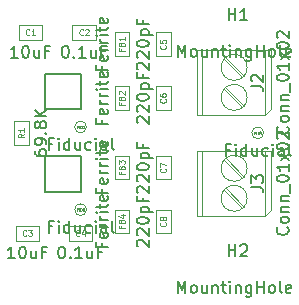
<source format=gbr>
%TF.GenerationSoftware,KiCad,Pcbnew,(5.1.10)-1*%
%TF.CreationDate,2021-10-14T08:55:52-04:00*%
%TF.ProjectId,TP_Final,54505f46-696e-4616-9c2e-6b696361645f,rev?*%
%TF.SameCoordinates,Original*%
%TF.FileFunction,Other,Fab,Top*%
%FSLAX46Y46*%
G04 Gerber Fmt 4.6, Leading zero omitted, Abs format (unit mm)*
G04 Created by KiCad (PCBNEW (5.1.10)-1) date 2021-10-14 08:55:52*
%MOMM*%
%LPD*%
G01*
G04 APERTURE LIST*
%ADD10C,0.100000*%
%ADD11C,0.150000*%
%ADD12C,0.040000*%
%ADD13C,0.080000*%
G04 APERTURE END LIST*
D10*
%TO.C,FID2*%
X120000000Y-101750000D02*
G75*
G03*
X120000000Y-101750000I-500000J0D01*
G01*
%TO.C,FID3*%
X120000000Y-108750000D02*
G75*
G03*
X120000000Y-108750000I-500000J0D01*
G01*
%TO.C,FID4*%
X135000000Y-102250000D02*
G75*
G03*
X135000000Y-102250000I-500000J0D01*
G01*
%TO.C,J2*%
X133600000Y-99250000D02*
G75*
G03*
X133600000Y-99250000I-1100000J0D01*
G01*
X133600000Y-96710000D02*
G75*
G03*
X133600000Y-96710000I-1100000J0D01*
G01*
X129400000Y-100750000D02*
X129400000Y-95210000D01*
X129400000Y-95210000D02*
X135600000Y-95210000D01*
X135600000Y-95210000D02*
X135600000Y-100250000D01*
X135600000Y-100250000D02*
X135100000Y-100750000D01*
X135100000Y-100750000D02*
X129400000Y-100750000D01*
X135100000Y-100750000D02*
X135100000Y-95210000D01*
X129800000Y-100750000D02*
X129800000Y-95210000D01*
X131800000Y-98415000D02*
X133335000Y-99951000D01*
X131665000Y-98549000D02*
X133200000Y-100085000D01*
X131800000Y-95875000D02*
X133335000Y-97410000D01*
X131665000Y-96009000D02*
X133200000Y-97544000D01*
%TO.C,J3*%
X131665000Y-104549000D02*
X133200000Y-106084000D01*
X131800000Y-104415000D02*
X133335000Y-105950000D01*
X131665000Y-107089000D02*
X133200000Y-108625000D01*
X131800000Y-106955000D02*
X133335000Y-108491000D01*
X129800000Y-109290000D02*
X129800000Y-103750000D01*
X135100000Y-109290000D02*
X135100000Y-103750000D01*
X135100000Y-109290000D02*
X129400000Y-109290000D01*
X135600000Y-108790000D02*
X135100000Y-109290000D01*
X135600000Y-103750000D02*
X135600000Y-108790000D01*
X129400000Y-103750000D02*
X135600000Y-103750000D01*
X129400000Y-109290000D02*
X129400000Y-103750000D01*
X133600000Y-105250000D02*
G75*
G03*
X133600000Y-105250000I-1100000J0D01*
G01*
X133600000Y-107790000D02*
G75*
G03*
X133600000Y-107790000I-1100000J0D01*
G01*
D11*
%TO.C,U1*%
X119500000Y-100250000D02*
X116500000Y-100250000D01*
X119500000Y-97250000D02*
X119500000Y-100250000D01*
X116500000Y-97250000D02*
X119500000Y-97250000D01*
X116500000Y-100250000D02*
X116500000Y-97250000D01*
%TO.C,U2*%
X116500000Y-107250000D02*
X116500000Y-104250000D01*
X116500000Y-104250000D02*
X119500000Y-104250000D01*
X119500000Y-104250000D02*
X119500000Y-107250000D01*
X119500000Y-107250000D02*
X116500000Y-107250000D01*
D10*
%TO.C,C1*%
X116250000Y-94375000D02*
X114250000Y-94375000D01*
X116250000Y-93125000D02*
X116250000Y-94375000D01*
X114250000Y-93125000D02*
X116250000Y-93125000D01*
X114250000Y-94375000D02*
X114250000Y-93125000D01*
%TO.C,C2*%
X118800000Y-94375000D02*
X118800000Y-93125000D01*
X118800000Y-93125000D02*
X120800000Y-93125000D01*
X120800000Y-93125000D02*
X120800000Y-94375000D01*
X120800000Y-94375000D02*
X118800000Y-94375000D01*
%TO.C,C3*%
X114000000Y-111375000D02*
X114000000Y-110125000D01*
X114000000Y-110125000D02*
X116000000Y-110125000D01*
X116000000Y-110125000D02*
X116000000Y-111375000D01*
X116000000Y-111375000D02*
X114000000Y-111375000D01*
%TO.C,C4*%
X118500000Y-111375000D02*
X118500000Y-110125000D01*
X118500000Y-110125000D02*
X120500000Y-110125000D01*
X120500000Y-110125000D02*
X120500000Y-111375000D01*
X120500000Y-111375000D02*
X118500000Y-111375000D01*
%TO.C,C5*%
X125875000Y-95750000D02*
X125875000Y-93750000D01*
X127125000Y-95750000D02*
X125875000Y-95750000D01*
X127125000Y-93750000D02*
X127125000Y-95750000D01*
X125875000Y-93750000D02*
X127125000Y-93750000D01*
%TO.C,C6*%
X125875000Y-100300000D02*
X125875000Y-98300000D01*
X127125000Y-100300000D02*
X125875000Y-100300000D01*
X127125000Y-98300000D02*
X127125000Y-100300000D01*
X125875000Y-98300000D02*
X127125000Y-98300000D01*
%TO.C,C7*%
X125875000Y-104200000D02*
X127125000Y-104200000D01*
X127125000Y-104200000D02*
X127125000Y-106200000D01*
X127125000Y-106200000D02*
X125875000Y-106200000D01*
X125875000Y-106200000D02*
X125875000Y-104200000D01*
%TO.C,C8*%
X125875000Y-110750000D02*
X125875000Y-108750000D01*
X127125000Y-110750000D02*
X125875000Y-110750000D01*
X127125000Y-108750000D02*
X127125000Y-110750000D01*
X125875000Y-108750000D02*
X127125000Y-108750000D01*
%TO.C,FB1*%
X122400000Y-95750000D02*
X122400000Y-93750000D01*
X123600000Y-95750000D02*
X122400000Y-95750000D01*
X123600000Y-93750000D02*
X123600000Y-95750000D01*
X122400000Y-93750000D02*
X123600000Y-93750000D01*
%TO.C,FB2*%
X122400000Y-100312500D02*
X122400000Y-98312500D01*
X123600000Y-100312500D02*
X122400000Y-100312500D01*
X123600000Y-98312500D02*
X123600000Y-100312500D01*
X122400000Y-98312500D02*
X123600000Y-98312500D01*
%TO.C,FB3*%
X122400000Y-104187500D02*
X123600000Y-104187500D01*
X123600000Y-104187500D02*
X123600000Y-106187500D01*
X123600000Y-106187500D02*
X122400000Y-106187500D01*
X122400000Y-106187500D02*
X122400000Y-104187500D01*
%TO.C,FB4*%
X122400000Y-108750000D02*
X123600000Y-108750000D01*
X123600000Y-108750000D02*
X123600000Y-110750000D01*
X123600000Y-110750000D02*
X122400000Y-110750000D01*
X122400000Y-110750000D02*
X122400000Y-108750000D01*
%TO.C,R1*%
X115125000Y-103250000D02*
X113875000Y-103250000D01*
X113875000Y-103250000D02*
X113875000Y-101250000D01*
X113875000Y-101250000D02*
X115125000Y-101250000D01*
X115125000Y-101250000D02*
X115125000Y-103250000D01*
%TD*%
%TO.C,FID2*%
D11*
X117119047Y-103178571D02*
X116785714Y-103178571D01*
X116785714Y-103702380D02*
X116785714Y-102702380D01*
X117261904Y-102702380D01*
X117642857Y-103702380D02*
X117642857Y-103035714D01*
X117642857Y-102702380D02*
X117595238Y-102750000D01*
X117642857Y-102797619D01*
X117690476Y-102750000D01*
X117642857Y-102702380D01*
X117642857Y-102797619D01*
X118547619Y-103702380D02*
X118547619Y-102702380D01*
X118547619Y-103654761D02*
X118452380Y-103702380D01*
X118261904Y-103702380D01*
X118166666Y-103654761D01*
X118119047Y-103607142D01*
X118071428Y-103511904D01*
X118071428Y-103226190D01*
X118119047Y-103130952D01*
X118166666Y-103083333D01*
X118261904Y-103035714D01*
X118452380Y-103035714D01*
X118547619Y-103083333D01*
X119452380Y-103035714D02*
X119452380Y-103702380D01*
X119023809Y-103035714D02*
X119023809Y-103559523D01*
X119071428Y-103654761D01*
X119166666Y-103702380D01*
X119309523Y-103702380D01*
X119404761Y-103654761D01*
X119452380Y-103607142D01*
X120357142Y-103654761D02*
X120261904Y-103702380D01*
X120071428Y-103702380D01*
X119976190Y-103654761D01*
X119928571Y-103607142D01*
X119880952Y-103511904D01*
X119880952Y-103226190D01*
X119928571Y-103130952D01*
X119976190Y-103083333D01*
X120071428Y-103035714D01*
X120261904Y-103035714D01*
X120357142Y-103083333D01*
X120785714Y-103702380D02*
X120785714Y-103035714D01*
X120785714Y-102702380D02*
X120738095Y-102750000D01*
X120785714Y-102797619D01*
X120833333Y-102750000D01*
X120785714Y-102702380D01*
X120785714Y-102797619D01*
X121690476Y-103702380D02*
X121690476Y-103178571D01*
X121642857Y-103083333D01*
X121547619Y-103035714D01*
X121357142Y-103035714D01*
X121261904Y-103083333D01*
X121690476Y-103654761D02*
X121595238Y-103702380D01*
X121357142Y-103702380D01*
X121261904Y-103654761D01*
X121214285Y-103559523D01*
X121214285Y-103464285D01*
X121261904Y-103369047D01*
X121357142Y-103321428D01*
X121595238Y-103321428D01*
X121690476Y-103273809D01*
X122309523Y-103702380D02*
X122214285Y-103654761D01*
X122166666Y-103559523D01*
X122166666Y-102702380D01*
D12*
X119285714Y-101735714D02*
X119219047Y-101735714D01*
X119219047Y-101840476D02*
X119219047Y-101640476D01*
X119314285Y-101640476D01*
X119390476Y-101840476D02*
X119390476Y-101640476D01*
X119485714Y-101840476D02*
X119485714Y-101640476D01*
X119533333Y-101640476D01*
X119561904Y-101650000D01*
X119580952Y-101669047D01*
X119590476Y-101688095D01*
X119600000Y-101726190D01*
X119600000Y-101754761D01*
X119590476Y-101792857D01*
X119580952Y-101811904D01*
X119561904Y-101830952D01*
X119533333Y-101840476D01*
X119485714Y-101840476D01*
X119676190Y-101659523D02*
X119685714Y-101650000D01*
X119704761Y-101640476D01*
X119752380Y-101640476D01*
X119771428Y-101650000D01*
X119780952Y-101659523D01*
X119790476Y-101678571D01*
X119790476Y-101697619D01*
X119780952Y-101726190D01*
X119666666Y-101840476D01*
X119790476Y-101840476D01*
%TO.C,FID3*%
D11*
X117119047Y-110178571D02*
X116785714Y-110178571D01*
X116785714Y-110702380D02*
X116785714Y-109702380D01*
X117261904Y-109702380D01*
X117642857Y-110702380D02*
X117642857Y-110035714D01*
X117642857Y-109702380D02*
X117595238Y-109750000D01*
X117642857Y-109797619D01*
X117690476Y-109750000D01*
X117642857Y-109702380D01*
X117642857Y-109797619D01*
X118547619Y-110702380D02*
X118547619Y-109702380D01*
X118547619Y-110654761D02*
X118452380Y-110702380D01*
X118261904Y-110702380D01*
X118166666Y-110654761D01*
X118119047Y-110607142D01*
X118071428Y-110511904D01*
X118071428Y-110226190D01*
X118119047Y-110130952D01*
X118166666Y-110083333D01*
X118261904Y-110035714D01*
X118452380Y-110035714D01*
X118547619Y-110083333D01*
X119452380Y-110035714D02*
X119452380Y-110702380D01*
X119023809Y-110035714D02*
X119023809Y-110559523D01*
X119071428Y-110654761D01*
X119166666Y-110702380D01*
X119309523Y-110702380D01*
X119404761Y-110654761D01*
X119452380Y-110607142D01*
X120357142Y-110654761D02*
X120261904Y-110702380D01*
X120071428Y-110702380D01*
X119976190Y-110654761D01*
X119928571Y-110607142D01*
X119880952Y-110511904D01*
X119880952Y-110226190D01*
X119928571Y-110130952D01*
X119976190Y-110083333D01*
X120071428Y-110035714D01*
X120261904Y-110035714D01*
X120357142Y-110083333D01*
X120785714Y-110702380D02*
X120785714Y-110035714D01*
X120785714Y-109702380D02*
X120738095Y-109750000D01*
X120785714Y-109797619D01*
X120833333Y-109750000D01*
X120785714Y-109702380D01*
X120785714Y-109797619D01*
X121690476Y-110702380D02*
X121690476Y-110178571D01*
X121642857Y-110083333D01*
X121547619Y-110035714D01*
X121357142Y-110035714D01*
X121261904Y-110083333D01*
X121690476Y-110654761D02*
X121595238Y-110702380D01*
X121357142Y-110702380D01*
X121261904Y-110654761D01*
X121214285Y-110559523D01*
X121214285Y-110464285D01*
X121261904Y-110369047D01*
X121357142Y-110321428D01*
X121595238Y-110321428D01*
X121690476Y-110273809D01*
X122309523Y-110702380D02*
X122214285Y-110654761D01*
X122166666Y-110559523D01*
X122166666Y-109702380D01*
D12*
X119285714Y-108735714D02*
X119219047Y-108735714D01*
X119219047Y-108840476D02*
X119219047Y-108640476D01*
X119314285Y-108640476D01*
X119390476Y-108840476D02*
X119390476Y-108640476D01*
X119485714Y-108840476D02*
X119485714Y-108640476D01*
X119533333Y-108640476D01*
X119561904Y-108650000D01*
X119580952Y-108669047D01*
X119590476Y-108688095D01*
X119600000Y-108726190D01*
X119600000Y-108754761D01*
X119590476Y-108792857D01*
X119580952Y-108811904D01*
X119561904Y-108830952D01*
X119533333Y-108840476D01*
X119485714Y-108840476D01*
X119666666Y-108640476D02*
X119790476Y-108640476D01*
X119723809Y-108716666D01*
X119752380Y-108716666D01*
X119771428Y-108726190D01*
X119780952Y-108735714D01*
X119790476Y-108754761D01*
X119790476Y-108802380D01*
X119780952Y-108821428D01*
X119771428Y-108830952D01*
X119752380Y-108840476D01*
X119695238Y-108840476D01*
X119676190Y-108830952D01*
X119666666Y-108821428D01*
%TO.C,FID4*%
D11*
X132119047Y-103678571D02*
X131785714Y-103678571D01*
X131785714Y-104202380D02*
X131785714Y-103202380D01*
X132261904Y-103202380D01*
X132642857Y-104202380D02*
X132642857Y-103535714D01*
X132642857Y-103202380D02*
X132595238Y-103250000D01*
X132642857Y-103297619D01*
X132690476Y-103250000D01*
X132642857Y-103202380D01*
X132642857Y-103297619D01*
X133547619Y-104202380D02*
X133547619Y-103202380D01*
X133547619Y-104154761D02*
X133452380Y-104202380D01*
X133261904Y-104202380D01*
X133166666Y-104154761D01*
X133119047Y-104107142D01*
X133071428Y-104011904D01*
X133071428Y-103726190D01*
X133119047Y-103630952D01*
X133166666Y-103583333D01*
X133261904Y-103535714D01*
X133452380Y-103535714D01*
X133547619Y-103583333D01*
X134452380Y-103535714D02*
X134452380Y-104202380D01*
X134023809Y-103535714D02*
X134023809Y-104059523D01*
X134071428Y-104154761D01*
X134166666Y-104202380D01*
X134309523Y-104202380D01*
X134404761Y-104154761D01*
X134452380Y-104107142D01*
X135357142Y-104154761D02*
X135261904Y-104202380D01*
X135071428Y-104202380D01*
X134976190Y-104154761D01*
X134928571Y-104107142D01*
X134880952Y-104011904D01*
X134880952Y-103726190D01*
X134928571Y-103630952D01*
X134976190Y-103583333D01*
X135071428Y-103535714D01*
X135261904Y-103535714D01*
X135357142Y-103583333D01*
X135785714Y-104202380D02*
X135785714Y-103535714D01*
X135785714Y-103202380D02*
X135738095Y-103250000D01*
X135785714Y-103297619D01*
X135833333Y-103250000D01*
X135785714Y-103202380D01*
X135785714Y-103297619D01*
X136690476Y-104202380D02*
X136690476Y-103678571D01*
X136642857Y-103583333D01*
X136547619Y-103535714D01*
X136357142Y-103535714D01*
X136261904Y-103583333D01*
X136690476Y-104154761D02*
X136595238Y-104202380D01*
X136357142Y-104202380D01*
X136261904Y-104154761D01*
X136214285Y-104059523D01*
X136214285Y-103964285D01*
X136261904Y-103869047D01*
X136357142Y-103821428D01*
X136595238Y-103821428D01*
X136690476Y-103773809D01*
X137309523Y-104202380D02*
X137214285Y-104154761D01*
X137166666Y-104059523D01*
X137166666Y-103202380D01*
D12*
X134285714Y-102235714D02*
X134219047Y-102235714D01*
X134219047Y-102340476D02*
X134219047Y-102140476D01*
X134314285Y-102140476D01*
X134390476Y-102340476D02*
X134390476Y-102140476D01*
X134485714Y-102340476D02*
X134485714Y-102140476D01*
X134533333Y-102140476D01*
X134561904Y-102150000D01*
X134580952Y-102169047D01*
X134590476Y-102188095D01*
X134600000Y-102226190D01*
X134600000Y-102254761D01*
X134590476Y-102292857D01*
X134580952Y-102311904D01*
X134561904Y-102330952D01*
X134533333Y-102340476D01*
X134485714Y-102340476D01*
X134771428Y-102207142D02*
X134771428Y-102340476D01*
X134723809Y-102130952D02*
X134676190Y-102273809D01*
X134800000Y-102273809D01*
%TO.C,H1*%
D11*
X127714285Y-95802380D02*
X127714285Y-94802380D01*
X128047619Y-95516666D01*
X128380952Y-94802380D01*
X128380952Y-95802380D01*
X129000000Y-95802380D02*
X128904761Y-95754761D01*
X128857142Y-95707142D01*
X128809523Y-95611904D01*
X128809523Y-95326190D01*
X128857142Y-95230952D01*
X128904761Y-95183333D01*
X129000000Y-95135714D01*
X129142857Y-95135714D01*
X129238095Y-95183333D01*
X129285714Y-95230952D01*
X129333333Y-95326190D01*
X129333333Y-95611904D01*
X129285714Y-95707142D01*
X129238095Y-95754761D01*
X129142857Y-95802380D01*
X129000000Y-95802380D01*
X130190476Y-95135714D02*
X130190476Y-95802380D01*
X129761904Y-95135714D02*
X129761904Y-95659523D01*
X129809523Y-95754761D01*
X129904761Y-95802380D01*
X130047619Y-95802380D01*
X130142857Y-95754761D01*
X130190476Y-95707142D01*
X130666666Y-95135714D02*
X130666666Y-95802380D01*
X130666666Y-95230952D02*
X130714285Y-95183333D01*
X130809523Y-95135714D01*
X130952380Y-95135714D01*
X131047619Y-95183333D01*
X131095238Y-95278571D01*
X131095238Y-95802380D01*
X131428571Y-95135714D02*
X131809523Y-95135714D01*
X131571428Y-94802380D02*
X131571428Y-95659523D01*
X131619047Y-95754761D01*
X131714285Y-95802380D01*
X131809523Y-95802380D01*
X132142857Y-95802380D02*
X132142857Y-95135714D01*
X132142857Y-94802380D02*
X132095238Y-94850000D01*
X132142857Y-94897619D01*
X132190476Y-94850000D01*
X132142857Y-94802380D01*
X132142857Y-94897619D01*
X132619047Y-95135714D02*
X132619047Y-95802380D01*
X132619047Y-95230952D02*
X132666666Y-95183333D01*
X132761904Y-95135714D01*
X132904761Y-95135714D01*
X133000000Y-95183333D01*
X133047619Y-95278571D01*
X133047619Y-95802380D01*
X133952380Y-95135714D02*
X133952380Y-95945238D01*
X133904761Y-96040476D01*
X133857142Y-96088095D01*
X133761904Y-96135714D01*
X133619047Y-96135714D01*
X133523809Y-96088095D01*
X133952380Y-95754761D02*
X133857142Y-95802380D01*
X133666666Y-95802380D01*
X133571428Y-95754761D01*
X133523809Y-95707142D01*
X133476190Y-95611904D01*
X133476190Y-95326190D01*
X133523809Y-95230952D01*
X133571428Y-95183333D01*
X133666666Y-95135714D01*
X133857142Y-95135714D01*
X133952380Y-95183333D01*
X134428571Y-95802380D02*
X134428571Y-94802380D01*
X134428571Y-95278571D02*
X135000000Y-95278571D01*
X135000000Y-95802380D02*
X135000000Y-94802380D01*
X135619047Y-95802380D02*
X135523809Y-95754761D01*
X135476190Y-95707142D01*
X135428571Y-95611904D01*
X135428571Y-95326190D01*
X135476190Y-95230952D01*
X135523809Y-95183333D01*
X135619047Y-95135714D01*
X135761904Y-95135714D01*
X135857142Y-95183333D01*
X135904761Y-95230952D01*
X135952380Y-95326190D01*
X135952380Y-95611904D01*
X135904761Y-95707142D01*
X135857142Y-95754761D01*
X135761904Y-95802380D01*
X135619047Y-95802380D01*
X136523809Y-95802380D02*
X136428571Y-95754761D01*
X136380952Y-95659523D01*
X136380952Y-94802380D01*
X137285714Y-95754761D02*
X137190476Y-95802380D01*
X137000000Y-95802380D01*
X136904761Y-95754761D01*
X136857142Y-95659523D01*
X136857142Y-95278571D01*
X136904761Y-95183333D01*
X137000000Y-95135714D01*
X137190476Y-95135714D01*
X137285714Y-95183333D01*
X137333333Y-95278571D01*
X137333333Y-95373809D01*
X136857142Y-95469047D01*
X132038095Y-92702380D02*
X132038095Y-91702380D01*
X132038095Y-92178571D02*
X132609523Y-92178571D01*
X132609523Y-92702380D02*
X132609523Y-91702380D01*
X133609523Y-92702380D02*
X133038095Y-92702380D01*
X133323809Y-92702380D02*
X133323809Y-91702380D01*
X133228571Y-91845238D01*
X133133333Y-91940476D01*
X133038095Y-91988095D01*
%TO.C,H2*%
X127714285Y-115802380D02*
X127714285Y-114802380D01*
X128047619Y-115516666D01*
X128380952Y-114802380D01*
X128380952Y-115802380D01*
X129000000Y-115802380D02*
X128904761Y-115754761D01*
X128857142Y-115707142D01*
X128809523Y-115611904D01*
X128809523Y-115326190D01*
X128857142Y-115230952D01*
X128904761Y-115183333D01*
X129000000Y-115135714D01*
X129142857Y-115135714D01*
X129238095Y-115183333D01*
X129285714Y-115230952D01*
X129333333Y-115326190D01*
X129333333Y-115611904D01*
X129285714Y-115707142D01*
X129238095Y-115754761D01*
X129142857Y-115802380D01*
X129000000Y-115802380D01*
X130190476Y-115135714D02*
X130190476Y-115802380D01*
X129761904Y-115135714D02*
X129761904Y-115659523D01*
X129809523Y-115754761D01*
X129904761Y-115802380D01*
X130047619Y-115802380D01*
X130142857Y-115754761D01*
X130190476Y-115707142D01*
X130666666Y-115135714D02*
X130666666Y-115802380D01*
X130666666Y-115230952D02*
X130714285Y-115183333D01*
X130809523Y-115135714D01*
X130952380Y-115135714D01*
X131047619Y-115183333D01*
X131095238Y-115278571D01*
X131095238Y-115802380D01*
X131428571Y-115135714D02*
X131809523Y-115135714D01*
X131571428Y-114802380D02*
X131571428Y-115659523D01*
X131619047Y-115754761D01*
X131714285Y-115802380D01*
X131809523Y-115802380D01*
X132142857Y-115802380D02*
X132142857Y-115135714D01*
X132142857Y-114802380D02*
X132095238Y-114850000D01*
X132142857Y-114897619D01*
X132190476Y-114850000D01*
X132142857Y-114802380D01*
X132142857Y-114897619D01*
X132619047Y-115135714D02*
X132619047Y-115802380D01*
X132619047Y-115230952D02*
X132666666Y-115183333D01*
X132761904Y-115135714D01*
X132904761Y-115135714D01*
X133000000Y-115183333D01*
X133047619Y-115278571D01*
X133047619Y-115802380D01*
X133952380Y-115135714D02*
X133952380Y-115945238D01*
X133904761Y-116040476D01*
X133857142Y-116088095D01*
X133761904Y-116135714D01*
X133619047Y-116135714D01*
X133523809Y-116088095D01*
X133952380Y-115754761D02*
X133857142Y-115802380D01*
X133666666Y-115802380D01*
X133571428Y-115754761D01*
X133523809Y-115707142D01*
X133476190Y-115611904D01*
X133476190Y-115326190D01*
X133523809Y-115230952D01*
X133571428Y-115183333D01*
X133666666Y-115135714D01*
X133857142Y-115135714D01*
X133952380Y-115183333D01*
X134428571Y-115802380D02*
X134428571Y-114802380D01*
X134428571Y-115278571D02*
X135000000Y-115278571D01*
X135000000Y-115802380D02*
X135000000Y-114802380D01*
X135619047Y-115802380D02*
X135523809Y-115754761D01*
X135476190Y-115707142D01*
X135428571Y-115611904D01*
X135428571Y-115326190D01*
X135476190Y-115230952D01*
X135523809Y-115183333D01*
X135619047Y-115135714D01*
X135761904Y-115135714D01*
X135857142Y-115183333D01*
X135904761Y-115230952D01*
X135952380Y-115326190D01*
X135952380Y-115611904D01*
X135904761Y-115707142D01*
X135857142Y-115754761D01*
X135761904Y-115802380D01*
X135619047Y-115802380D01*
X136523809Y-115802380D02*
X136428571Y-115754761D01*
X136380952Y-115659523D01*
X136380952Y-114802380D01*
X137285714Y-115754761D02*
X137190476Y-115802380D01*
X137000000Y-115802380D01*
X136904761Y-115754761D01*
X136857142Y-115659523D01*
X136857142Y-115278571D01*
X136904761Y-115183333D01*
X137000000Y-115135714D01*
X137190476Y-115135714D01*
X137285714Y-115183333D01*
X137333333Y-115278571D01*
X137333333Y-115373809D01*
X136857142Y-115469047D01*
X132038095Y-112702380D02*
X132038095Y-111702380D01*
X132038095Y-112178571D02*
X132609523Y-112178571D01*
X132609523Y-112702380D02*
X132609523Y-111702380D01*
X133038095Y-111797619D02*
X133085714Y-111750000D01*
X133180952Y-111702380D01*
X133419047Y-111702380D01*
X133514285Y-111750000D01*
X133561904Y-111797619D01*
X133609523Y-111892857D01*
X133609523Y-111988095D01*
X133561904Y-112130952D01*
X132990476Y-112702380D01*
X133609523Y-112702380D01*
%TO.C,J2*%
X137017142Y-101718095D02*
X137064761Y-101765714D01*
X137112380Y-101908571D01*
X137112380Y-102003809D01*
X137064761Y-102146666D01*
X136969523Y-102241904D01*
X136874285Y-102289523D01*
X136683809Y-102337142D01*
X136540952Y-102337142D01*
X136350476Y-102289523D01*
X136255238Y-102241904D01*
X136160000Y-102146666D01*
X136112380Y-102003809D01*
X136112380Y-101908571D01*
X136160000Y-101765714D01*
X136207619Y-101718095D01*
X137112380Y-101146666D02*
X137064761Y-101241904D01*
X137017142Y-101289523D01*
X136921904Y-101337142D01*
X136636190Y-101337142D01*
X136540952Y-101289523D01*
X136493333Y-101241904D01*
X136445714Y-101146666D01*
X136445714Y-101003809D01*
X136493333Y-100908571D01*
X136540952Y-100860952D01*
X136636190Y-100813333D01*
X136921904Y-100813333D01*
X137017142Y-100860952D01*
X137064761Y-100908571D01*
X137112380Y-101003809D01*
X137112380Y-101146666D01*
X136445714Y-100384761D02*
X137112380Y-100384761D01*
X136540952Y-100384761D02*
X136493333Y-100337142D01*
X136445714Y-100241904D01*
X136445714Y-100099047D01*
X136493333Y-100003809D01*
X136588571Y-99956190D01*
X137112380Y-99956190D01*
X136445714Y-99480000D02*
X137112380Y-99480000D01*
X136540952Y-99480000D02*
X136493333Y-99432380D01*
X136445714Y-99337142D01*
X136445714Y-99194285D01*
X136493333Y-99099047D01*
X136588571Y-99051428D01*
X137112380Y-99051428D01*
X137207619Y-98813333D02*
X137207619Y-98051428D01*
X136112380Y-97622857D02*
X136112380Y-97527619D01*
X136160000Y-97432380D01*
X136207619Y-97384761D01*
X136302857Y-97337142D01*
X136493333Y-97289523D01*
X136731428Y-97289523D01*
X136921904Y-97337142D01*
X137017142Y-97384761D01*
X137064761Y-97432380D01*
X137112380Y-97527619D01*
X137112380Y-97622857D01*
X137064761Y-97718095D01*
X137017142Y-97765714D01*
X136921904Y-97813333D01*
X136731428Y-97860952D01*
X136493333Y-97860952D01*
X136302857Y-97813333D01*
X136207619Y-97765714D01*
X136160000Y-97718095D01*
X136112380Y-97622857D01*
X137112380Y-96337142D02*
X137112380Y-96908571D01*
X137112380Y-96622857D02*
X136112380Y-96622857D01*
X136255238Y-96718095D01*
X136350476Y-96813333D01*
X136398095Y-96908571D01*
X137112380Y-96003809D02*
X136445714Y-95480000D01*
X136445714Y-96003809D02*
X137112380Y-95480000D01*
X136112380Y-94908571D02*
X136112380Y-94813333D01*
X136160000Y-94718095D01*
X136207619Y-94670476D01*
X136302857Y-94622857D01*
X136493333Y-94575238D01*
X136731428Y-94575238D01*
X136921904Y-94622857D01*
X137017142Y-94670476D01*
X137064761Y-94718095D01*
X137112380Y-94813333D01*
X137112380Y-94908571D01*
X137064761Y-95003809D01*
X137017142Y-95051428D01*
X136921904Y-95099047D01*
X136731428Y-95146666D01*
X136493333Y-95146666D01*
X136302857Y-95099047D01*
X136207619Y-95051428D01*
X136160000Y-95003809D01*
X136112380Y-94908571D01*
X136207619Y-94194285D02*
X136160000Y-94146666D01*
X136112380Y-94051428D01*
X136112380Y-93813333D01*
X136160000Y-93718095D01*
X136207619Y-93670476D01*
X136302857Y-93622857D01*
X136398095Y-93622857D01*
X136540952Y-93670476D01*
X137112380Y-94241904D01*
X137112380Y-93622857D01*
X133952380Y-98313333D02*
X134666666Y-98313333D01*
X134809523Y-98360952D01*
X134904761Y-98456190D01*
X134952380Y-98599047D01*
X134952380Y-98694285D01*
X134047619Y-97884761D02*
X134000000Y-97837142D01*
X133952380Y-97741904D01*
X133952380Y-97503809D01*
X134000000Y-97408571D01*
X134047619Y-97360952D01*
X134142857Y-97313333D01*
X134238095Y-97313333D01*
X134380952Y-97360952D01*
X134952380Y-97932380D01*
X134952380Y-97313333D01*
%TO.C,J3*%
X137017142Y-110258095D02*
X137064761Y-110305714D01*
X137112380Y-110448571D01*
X137112380Y-110543809D01*
X137064761Y-110686666D01*
X136969523Y-110781904D01*
X136874285Y-110829523D01*
X136683809Y-110877142D01*
X136540952Y-110877142D01*
X136350476Y-110829523D01*
X136255238Y-110781904D01*
X136160000Y-110686666D01*
X136112380Y-110543809D01*
X136112380Y-110448571D01*
X136160000Y-110305714D01*
X136207619Y-110258095D01*
X137112380Y-109686666D02*
X137064761Y-109781904D01*
X137017142Y-109829523D01*
X136921904Y-109877142D01*
X136636190Y-109877142D01*
X136540952Y-109829523D01*
X136493333Y-109781904D01*
X136445714Y-109686666D01*
X136445714Y-109543809D01*
X136493333Y-109448571D01*
X136540952Y-109400952D01*
X136636190Y-109353333D01*
X136921904Y-109353333D01*
X137017142Y-109400952D01*
X137064761Y-109448571D01*
X137112380Y-109543809D01*
X137112380Y-109686666D01*
X136445714Y-108924761D02*
X137112380Y-108924761D01*
X136540952Y-108924761D02*
X136493333Y-108877142D01*
X136445714Y-108781904D01*
X136445714Y-108639047D01*
X136493333Y-108543809D01*
X136588571Y-108496190D01*
X137112380Y-108496190D01*
X136445714Y-108020000D02*
X137112380Y-108020000D01*
X136540952Y-108020000D02*
X136493333Y-107972380D01*
X136445714Y-107877142D01*
X136445714Y-107734285D01*
X136493333Y-107639047D01*
X136588571Y-107591428D01*
X137112380Y-107591428D01*
X137207619Y-107353333D02*
X137207619Y-106591428D01*
X136112380Y-106162857D02*
X136112380Y-106067619D01*
X136160000Y-105972380D01*
X136207619Y-105924761D01*
X136302857Y-105877142D01*
X136493333Y-105829523D01*
X136731428Y-105829523D01*
X136921904Y-105877142D01*
X137017142Y-105924761D01*
X137064761Y-105972380D01*
X137112380Y-106067619D01*
X137112380Y-106162857D01*
X137064761Y-106258095D01*
X137017142Y-106305714D01*
X136921904Y-106353333D01*
X136731428Y-106400952D01*
X136493333Y-106400952D01*
X136302857Y-106353333D01*
X136207619Y-106305714D01*
X136160000Y-106258095D01*
X136112380Y-106162857D01*
X137112380Y-104877142D02*
X137112380Y-105448571D01*
X137112380Y-105162857D02*
X136112380Y-105162857D01*
X136255238Y-105258095D01*
X136350476Y-105353333D01*
X136398095Y-105448571D01*
X137112380Y-104543809D02*
X136445714Y-104020000D01*
X136445714Y-104543809D02*
X137112380Y-104020000D01*
X136112380Y-103448571D02*
X136112380Y-103353333D01*
X136160000Y-103258095D01*
X136207619Y-103210476D01*
X136302857Y-103162857D01*
X136493333Y-103115238D01*
X136731428Y-103115238D01*
X136921904Y-103162857D01*
X137017142Y-103210476D01*
X137064761Y-103258095D01*
X137112380Y-103353333D01*
X137112380Y-103448571D01*
X137064761Y-103543809D01*
X137017142Y-103591428D01*
X136921904Y-103639047D01*
X136731428Y-103686666D01*
X136493333Y-103686666D01*
X136302857Y-103639047D01*
X136207619Y-103591428D01*
X136160000Y-103543809D01*
X136112380Y-103448571D01*
X136207619Y-102734285D02*
X136160000Y-102686666D01*
X136112380Y-102591428D01*
X136112380Y-102353333D01*
X136160000Y-102258095D01*
X136207619Y-102210476D01*
X136302857Y-102162857D01*
X136398095Y-102162857D01*
X136540952Y-102210476D01*
X137112380Y-102781904D01*
X137112380Y-102162857D01*
X133952380Y-106853333D02*
X134666666Y-106853333D01*
X134809523Y-106900952D01*
X134904761Y-106996190D01*
X134952380Y-107139047D01*
X134952380Y-107234285D01*
X133952380Y-106472380D02*
X133952380Y-105853333D01*
X134333333Y-106186666D01*
X134333333Y-106043809D01*
X134380952Y-105948571D01*
X134428571Y-105900952D01*
X134523809Y-105853333D01*
X134761904Y-105853333D01*
X134857142Y-105900952D01*
X134904761Y-105948571D01*
X134952380Y-106043809D01*
X134952380Y-106329523D01*
X134904761Y-106424761D01*
X134857142Y-106472380D01*
%TO.C,C1*%
X114178571Y-95882380D02*
X113607142Y-95882380D01*
X113892857Y-95882380D02*
X113892857Y-94882380D01*
X113797619Y-95025238D01*
X113702380Y-95120476D01*
X113607142Y-95168095D01*
X114797619Y-94882380D02*
X114892857Y-94882380D01*
X114988095Y-94930000D01*
X115035714Y-94977619D01*
X115083333Y-95072857D01*
X115130952Y-95263333D01*
X115130952Y-95501428D01*
X115083333Y-95691904D01*
X115035714Y-95787142D01*
X114988095Y-95834761D01*
X114892857Y-95882380D01*
X114797619Y-95882380D01*
X114702380Y-95834761D01*
X114654761Y-95787142D01*
X114607142Y-95691904D01*
X114559523Y-95501428D01*
X114559523Y-95263333D01*
X114607142Y-95072857D01*
X114654761Y-94977619D01*
X114702380Y-94930000D01*
X114797619Y-94882380D01*
X115988095Y-95215714D02*
X115988095Y-95882380D01*
X115559523Y-95215714D02*
X115559523Y-95739523D01*
X115607142Y-95834761D01*
X115702380Y-95882380D01*
X115845238Y-95882380D01*
X115940476Y-95834761D01*
X115988095Y-95787142D01*
X116797619Y-95358571D02*
X116464285Y-95358571D01*
X116464285Y-95882380D02*
X116464285Y-94882380D01*
X116940476Y-94882380D01*
D13*
X115166666Y-93928571D02*
X115142857Y-93952380D01*
X115071428Y-93976190D01*
X115023809Y-93976190D01*
X114952380Y-93952380D01*
X114904761Y-93904761D01*
X114880952Y-93857142D01*
X114857142Y-93761904D01*
X114857142Y-93690476D01*
X114880952Y-93595238D01*
X114904761Y-93547619D01*
X114952380Y-93500000D01*
X115023809Y-93476190D01*
X115071428Y-93476190D01*
X115142857Y-93500000D01*
X115166666Y-93523809D01*
X115642857Y-93976190D02*
X115357142Y-93976190D01*
X115500000Y-93976190D02*
X115500000Y-93476190D01*
X115452380Y-93547619D01*
X115404761Y-93595238D01*
X115357142Y-93619047D01*
%TO.C,C2*%
D11*
X118157142Y-94882380D02*
X118252380Y-94882380D01*
X118347619Y-94930000D01*
X118395238Y-94977619D01*
X118442857Y-95072857D01*
X118490476Y-95263333D01*
X118490476Y-95501428D01*
X118442857Y-95691904D01*
X118395238Y-95787142D01*
X118347619Y-95834761D01*
X118252380Y-95882380D01*
X118157142Y-95882380D01*
X118061904Y-95834761D01*
X118014285Y-95787142D01*
X117966666Y-95691904D01*
X117919047Y-95501428D01*
X117919047Y-95263333D01*
X117966666Y-95072857D01*
X118014285Y-94977619D01*
X118061904Y-94930000D01*
X118157142Y-94882380D01*
X118919047Y-95787142D02*
X118966666Y-95834761D01*
X118919047Y-95882380D01*
X118871428Y-95834761D01*
X118919047Y-95787142D01*
X118919047Y-95882380D01*
X119919047Y-95882380D02*
X119347619Y-95882380D01*
X119633333Y-95882380D02*
X119633333Y-94882380D01*
X119538095Y-95025238D01*
X119442857Y-95120476D01*
X119347619Y-95168095D01*
X120776190Y-95215714D02*
X120776190Y-95882380D01*
X120347619Y-95215714D02*
X120347619Y-95739523D01*
X120395238Y-95834761D01*
X120490476Y-95882380D01*
X120633333Y-95882380D01*
X120728571Y-95834761D01*
X120776190Y-95787142D01*
X121585714Y-95358571D02*
X121252380Y-95358571D01*
X121252380Y-95882380D02*
X121252380Y-94882380D01*
X121728571Y-94882380D01*
D13*
X119716666Y-93928571D02*
X119692857Y-93952380D01*
X119621428Y-93976190D01*
X119573809Y-93976190D01*
X119502380Y-93952380D01*
X119454761Y-93904761D01*
X119430952Y-93857142D01*
X119407142Y-93761904D01*
X119407142Y-93690476D01*
X119430952Y-93595238D01*
X119454761Y-93547619D01*
X119502380Y-93500000D01*
X119573809Y-93476190D01*
X119621428Y-93476190D01*
X119692857Y-93500000D01*
X119716666Y-93523809D01*
X119907142Y-93523809D02*
X119930952Y-93500000D01*
X119978571Y-93476190D01*
X120097619Y-93476190D01*
X120145238Y-93500000D01*
X120169047Y-93523809D01*
X120192857Y-93571428D01*
X120192857Y-93619047D01*
X120169047Y-93690476D01*
X119883333Y-93976190D01*
X120192857Y-93976190D01*
%TO.C,C3*%
D11*
X113928571Y-112882380D02*
X113357142Y-112882380D01*
X113642857Y-112882380D02*
X113642857Y-111882380D01*
X113547619Y-112025238D01*
X113452380Y-112120476D01*
X113357142Y-112168095D01*
X114547619Y-111882380D02*
X114642857Y-111882380D01*
X114738095Y-111930000D01*
X114785714Y-111977619D01*
X114833333Y-112072857D01*
X114880952Y-112263333D01*
X114880952Y-112501428D01*
X114833333Y-112691904D01*
X114785714Y-112787142D01*
X114738095Y-112834761D01*
X114642857Y-112882380D01*
X114547619Y-112882380D01*
X114452380Y-112834761D01*
X114404761Y-112787142D01*
X114357142Y-112691904D01*
X114309523Y-112501428D01*
X114309523Y-112263333D01*
X114357142Y-112072857D01*
X114404761Y-111977619D01*
X114452380Y-111930000D01*
X114547619Y-111882380D01*
X115738095Y-112215714D02*
X115738095Y-112882380D01*
X115309523Y-112215714D02*
X115309523Y-112739523D01*
X115357142Y-112834761D01*
X115452380Y-112882380D01*
X115595238Y-112882380D01*
X115690476Y-112834761D01*
X115738095Y-112787142D01*
X116547619Y-112358571D02*
X116214285Y-112358571D01*
X116214285Y-112882380D02*
X116214285Y-111882380D01*
X116690476Y-111882380D01*
D13*
X114916666Y-110928571D02*
X114892857Y-110952380D01*
X114821428Y-110976190D01*
X114773809Y-110976190D01*
X114702380Y-110952380D01*
X114654761Y-110904761D01*
X114630952Y-110857142D01*
X114607142Y-110761904D01*
X114607142Y-110690476D01*
X114630952Y-110595238D01*
X114654761Y-110547619D01*
X114702380Y-110500000D01*
X114773809Y-110476190D01*
X114821428Y-110476190D01*
X114892857Y-110500000D01*
X114916666Y-110523809D01*
X115083333Y-110476190D02*
X115392857Y-110476190D01*
X115226190Y-110666666D01*
X115297619Y-110666666D01*
X115345238Y-110690476D01*
X115369047Y-110714285D01*
X115392857Y-110761904D01*
X115392857Y-110880952D01*
X115369047Y-110928571D01*
X115345238Y-110952380D01*
X115297619Y-110976190D01*
X115154761Y-110976190D01*
X115107142Y-110952380D01*
X115083333Y-110928571D01*
%TO.C,C4*%
D11*
X117857142Y-111882380D02*
X117952380Y-111882380D01*
X118047619Y-111930000D01*
X118095238Y-111977619D01*
X118142857Y-112072857D01*
X118190476Y-112263333D01*
X118190476Y-112501428D01*
X118142857Y-112691904D01*
X118095238Y-112787142D01*
X118047619Y-112834761D01*
X117952380Y-112882380D01*
X117857142Y-112882380D01*
X117761904Y-112834761D01*
X117714285Y-112787142D01*
X117666666Y-112691904D01*
X117619047Y-112501428D01*
X117619047Y-112263333D01*
X117666666Y-112072857D01*
X117714285Y-111977619D01*
X117761904Y-111930000D01*
X117857142Y-111882380D01*
X118619047Y-112787142D02*
X118666666Y-112834761D01*
X118619047Y-112882380D01*
X118571428Y-112834761D01*
X118619047Y-112787142D01*
X118619047Y-112882380D01*
X119619047Y-112882380D02*
X119047619Y-112882380D01*
X119333333Y-112882380D02*
X119333333Y-111882380D01*
X119238095Y-112025238D01*
X119142857Y-112120476D01*
X119047619Y-112168095D01*
X120476190Y-112215714D02*
X120476190Y-112882380D01*
X120047619Y-112215714D02*
X120047619Y-112739523D01*
X120095238Y-112834761D01*
X120190476Y-112882380D01*
X120333333Y-112882380D01*
X120428571Y-112834761D01*
X120476190Y-112787142D01*
X121285714Y-112358571D02*
X120952380Y-112358571D01*
X120952380Y-112882380D02*
X120952380Y-111882380D01*
X121428571Y-111882380D01*
D13*
X119416666Y-110928571D02*
X119392857Y-110952380D01*
X119321428Y-110976190D01*
X119273809Y-110976190D01*
X119202380Y-110952380D01*
X119154761Y-110904761D01*
X119130952Y-110857142D01*
X119107142Y-110761904D01*
X119107142Y-110690476D01*
X119130952Y-110595238D01*
X119154761Y-110547619D01*
X119202380Y-110500000D01*
X119273809Y-110476190D01*
X119321428Y-110476190D01*
X119392857Y-110500000D01*
X119416666Y-110523809D01*
X119845238Y-110642857D02*
X119845238Y-110976190D01*
X119726190Y-110452380D02*
X119607142Y-110809523D01*
X119916666Y-110809523D01*
%TO.C,C5*%
D11*
X124367619Y-96869047D02*
X124320000Y-96821428D01*
X124272380Y-96726190D01*
X124272380Y-96488095D01*
X124320000Y-96392857D01*
X124367619Y-96345238D01*
X124462857Y-96297619D01*
X124558095Y-96297619D01*
X124700952Y-96345238D01*
X125272380Y-96916666D01*
X125272380Y-96297619D01*
X124367619Y-95916666D02*
X124320000Y-95869047D01*
X124272380Y-95773809D01*
X124272380Y-95535714D01*
X124320000Y-95440476D01*
X124367619Y-95392857D01*
X124462857Y-95345238D01*
X124558095Y-95345238D01*
X124700952Y-95392857D01*
X125272380Y-95964285D01*
X125272380Y-95345238D01*
X124272380Y-94726190D02*
X124272380Y-94630952D01*
X124320000Y-94535714D01*
X124367619Y-94488095D01*
X124462857Y-94440476D01*
X124653333Y-94392857D01*
X124891428Y-94392857D01*
X125081904Y-94440476D01*
X125177142Y-94488095D01*
X125224761Y-94535714D01*
X125272380Y-94630952D01*
X125272380Y-94726190D01*
X125224761Y-94821428D01*
X125177142Y-94869047D01*
X125081904Y-94916666D01*
X124891428Y-94964285D01*
X124653333Y-94964285D01*
X124462857Y-94916666D01*
X124367619Y-94869047D01*
X124320000Y-94821428D01*
X124272380Y-94726190D01*
X124605714Y-93964285D02*
X125605714Y-93964285D01*
X124653333Y-93964285D02*
X124605714Y-93869047D01*
X124605714Y-93678571D01*
X124653333Y-93583333D01*
X124700952Y-93535714D01*
X124796190Y-93488095D01*
X125081904Y-93488095D01*
X125177142Y-93535714D01*
X125224761Y-93583333D01*
X125272380Y-93678571D01*
X125272380Y-93869047D01*
X125224761Y-93964285D01*
X124748571Y-92726190D02*
X124748571Y-93059523D01*
X125272380Y-93059523D02*
X124272380Y-93059523D01*
X124272380Y-92583333D01*
D13*
X126678571Y-94833333D02*
X126702380Y-94857142D01*
X126726190Y-94928571D01*
X126726190Y-94976190D01*
X126702380Y-95047619D01*
X126654761Y-95095238D01*
X126607142Y-95119047D01*
X126511904Y-95142857D01*
X126440476Y-95142857D01*
X126345238Y-95119047D01*
X126297619Y-95095238D01*
X126250000Y-95047619D01*
X126226190Y-94976190D01*
X126226190Y-94928571D01*
X126250000Y-94857142D01*
X126273809Y-94833333D01*
X126226190Y-94380952D02*
X126226190Y-94619047D01*
X126464285Y-94642857D01*
X126440476Y-94619047D01*
X126416666Y-94571428D01*
X126416666Y-94452380D01*
X126440476Y-94404761D01*
X126464285Y-94380952D01*
X126511904Y-94357142D01*
X126630952Y-94357142D01*
X126678571Y-94380952D01*
X126702380Y-94404761D01*
X126726190Y-94452380D01*
X126726190Y-94571428D01*
X126702380Y-94619047D01*
X126678571Y-94642857D01*
%TO.C,C6*%
D11*
X124367619Y-101419047D02*
X124320000Y-101371428D01*
X124272380Y-101276190D01*
X124272380Y-101038095D01*
X124320000Y-100942857D01*
X124367619Y-100895238D01*
X124462857Y-100847619D01*
X124558095Y-100847619D01*
X124700952Y-100895238D01*
X125272380Y-101466666D01*
X125272380Y-100847619D01*
X124367619Y-100466666D02*
X124320000Y-100419047D01*
X124272380Y-100323809D01*
X124272380Y-100085714D01*
X124320000Y-99990476D01*
X124367619Y-99942857D01*
X124462857Y-99895238D01*
X124558095Y-99895238D01*
X124700952Y-99942857D01*
X125272380Y-100514285D01*
X125272380Y-99895238D01*
X124272380Y-99276190D02*
X124272380Y-99180952D01*
X124320000Y-99085714D01*
X124367619Y-99038095D01*
X124462857Y-98990476D01*
X124653333Y-98942857D01*
X124891428Y-98942857D01*
X125081904Y-98990476D01*
X125177142Y-99038095D01*
X125224761Y-99085714D01*
X125272380Y-99180952D01*
X125272380Y-99276190D01*
X125224761Y-99371428D01*
X125177142Y-99419047D01*
X125081904Y-99466666D01*
X124891428Y-99514285D01*
X124653333Y-99514285D01*
X124462857Y-99466666D01*
X124367619Y-99419047D01*
X124320000Y-99371428D01*
X124272380Y-99276190D01*
X124605714Y-98514285D02*
X125605714Y-98514285D01*
X124653333Y-98514285D02*
X124605714Y-98419047D01*
X124605714Y-98228571D01*
X124653333Y-98133333D01*
X124700952Y-98085714D01*
X124796190Y-98038095D01*
X125081904Y-98038095D01*
X125177142Y-98085714D01*
X125224761Y-98133333D01*
X125272380Y-98228571D01*
X125272380Y-98419047D01*
X125224761Y-98514285D01*
X124748571Y-97276190D02*
X124748571Y-97609523D01*
X125272380Y-97609523D02*
X124272380Y-97609523D01*
X124272380Y-97133333D01*
D13*
X126678571Y-99383333D02*
X126702380Y-99407142D01*
X126726190Y-99478571D01*
X126726190Y-99526190D01*
X126702380Y-99597619D01*
X126654761Y-99645238D01*
X126607142Y-99669047D01*
X126511904Y-99692857D01*
X126440476Y-99692857D01*
X126345238Y-99669047D01*
X126297619Y-99645238D01*
X126250000Y-99597619D01*
X126226190Y-99526190D01*
X126226190Y-99478571D01*
X126250000Y-99407142D01*
X126273809Y-99383333D01*
X126226190Y-98954761D02*
X126226190Y-99050000D01*
X126250000Y-99097619D01*
X126273809Y-99121428D01*
X126345238Y-99169047D01*
X126440476Y-99192857D01*
X126630952Y-99192857D01*
X126678571Y-99169047D01*
X126702380Y-99145238D01*
X126726190Y-99097619D01*
X126726190Y-99002380D01*
X126702380Y-98954761D01*
X126678571Y-98930952D01*
X126630952Y-98907142D01*
X126511904Y-98907142D01*
X126464285Y-98930952D01*
X126440476Y-98954761D01*
X126416666Y-99002380D01*
X126416666Y-99097619D01*
X126440476Y-99145238D01*
X126464285Y-99169047D01*
X126511904Y-99192857D01*
%TO.C,C7*%
D11*
X124367619Y-107319047D02*
X124320000Y-107271428D01*
X124272380Y-107176190D01*
X124272380Y-106938095D01*
X124320000Y-106842857D01*
X124367619Y-106795238D01*
X124462857Y-106747619D01*
X124558095Y-106747619D01*
X124700952Y-106795238D01*
X125272380Y-107366666D01*
X125272380Y-106747619D01*
X124367619Y-106366666D02*
X124320000Y-106319047D01*
X124272380Y-106223809D01*
X124272380Y-105985714D01*
X124320000Y-105890476D01*
X124367619Y-105842857D01*
X124462857Y-105795238D01*
X124558095Y-105795238D01*
X124700952Y-105842857D01*
X125272380Y-106414285D01*
X125272380Y-105795238D01*
X124272380Y-105176190D02*
X124272380Y-105080952D01*
X124320000Y-104985714D01*
X124367619Y-104938095D01*
X124462857Y-104890476D01*
X124653333Y-104842857D01*
X124891428Y-104842857D01*
X125081904Y-104890476D01*
X125177142Y-104938095D01*
X125224761Y-104985714D01*
X125272380Y-105080952D01*
X125272380Y-105176190D01*
X125224761Y-105271428D01*
X125177142Y-105319047D01*
X125081904Y-105366666D01*
X124891428Y-105414285D01*
X124653333Y-105414285D01*
X124462857Y-105366666D01*
X124367619Y-105319047D01*
X124320000Y-105271428D01*
X124272380Y-105176190D01*
X124605714Y-104414285D02*
X125605714Y-104414285D01*
X124653333Y-104414285D02*
X124605714Y-104319047D01*
X124605714Y-104128571D01*
X124653333Y-104033333D01*
X124700952Y-103985714D01*
X124796190Y-103938095D01*
X125081904Y-103938095D01*
X125177142Y-103985714D01*
X125224761Y-104033333D01*
X125272380Y-104128571D01*
X125272380Y-104319047D01*
X125224761Y-104414285D01*
X124748571Y-103176190D02*
X124748571Y-103509523D01*
X125272380Y-103509523D02*
X124272380Y-103509523D01*
X124272380Y-103033333D01*
D13*
X126678571Y-105283333D02*
X126702380Y-105307142D01*
X126726190Y-105378571D01*
X126726190Y-105426190D01*
X126702380Y-105497619D01*
X126654761Y-105545238D01*
X126607142Y-105569047D01*
X126511904Y-105592857D01*
X126440476Y-105592857D01*
X126345238Y-105569047D01*
X126297619Y-105545238D01*
X126250000Y-105497619D01*
X126226190Y-105426190D01*
X126226190Y-105378571D01*
X126250000Y-105307142D01*
X126273809Y-105283333D01*
X126226190Y-105116666D02*
X126226190Y-104783333D01*
X126726190Y-104997619D01*
%TO.C,C8*%
D11*
X124367619Y-111869047D02*
X124320000Y-111821428D01*
X124272380Y-111726190D01*
X124272380Y-111488095D01*
X124320000Y-111392857D01*
X124367619Y-111345238D01*
X124462857Y-111297619D01*
X124558095Y-111297619D01*
X124700952Y-111345238D01*
X125272380Y-111916666D01*
X125272380Y-111297619D01*
X124367619Y-110916666D02*
X124320000Y-110869047D01*
X124272380Y-110773809D01*
X124272380Y-110535714D01*
X124320000Y-110440476D01*
X124367619Y-110392857D01*
X124462857Y-110345238D01*
X124558095Y-110345238D01*
X124700952Y-110392857D01*
X125272380Y-110964285D01*
X125272380Y-110345238D01*
X124272380Y-109726190D02*
X124272380Y-109630952D01*
X124320000Y-109535714D01*
X124367619Y-109488095D01*
X124462857Y-109440476D01*
X124653333Y-109392857D01*
X124891428Y-109392857D01*
X125081904Y-109440476D01*
X125177142Y-109488095D01*
X125224761Y-109535714D01*
X125272380Y-109630952D01*
X125272380Y-109726190D01*
X125224761Y-109821428D01*
X125177142Y-109869047D01*
X125081904Y-109916666D01*
X124891428Y-109964285D01*
X124653333Y-109964285D01*
X124462857Y-109916666D01*
X124367619Y-109869047D01*
X124320000Y-109821428D01*
X124272380Y-109726190D01*
X124605714Y-108964285D02*
X125605714Y-108964285D01*
X124653333Y-108964285D02*
X124605714Y-108869047D01*
X124605714Y-108678571D01*
X124653333Y-108583333D01*
X124700952Y-108535714D01*
X124796190Y-108488095D01*
X125081904Y-108488095D01*
X125177142Y-108535714D01*
X125224761Y-108583333D01*
X125272380Y-108678571D01*
X125272380Y-108869047D01*
X125224761Y-108964285D01*
X124748571Y-107726190D02*
X124748571Y-108059523D01*
X125272380Y-108059523D02*
X124272380Y-108059523D01*
X124272380Y-107583333D01*
D13*
X126678571Y-109833333D02*
X126702380Y-109857142D01*
X126726190Y-109928571D01*
X126726190Y-109976190D01*
X126702380Y-110047619D01*
X126654761Y-110095238D01*
X126607142Y-110119047D01*
X126511904Y-110142857D01*
X126440476Y-110142857D01*
X126345238Y-110119047D01*
X126297619Y-110095238D01*
X126250000Y-110047619D01*
X126226190Y-109976190D01*
X126226190Y-109928571D01*
X126250000Y-109857142D01*
X126273809Y-109833333D01*
X126440476Y-109547619D02*
X126416666Y-109595238D01*
X126392857Y-109619047D01*
X126345238Y-109642857D01*
X126321428Y-109642857D01*
X126273809Y-109619047D01*
X126250000Y-109595238D01*
X126226190Y-109547619D01*
X126226190Y-109452380D01*
X126250000Y-109404761D01*
X126273809Y-109380952D01*
X126321428Y-109357142D01*
X126345238Y-109357142D01*
X126392857Y-109380952D01*
X126416666Y-109404761D01*
X126440476Y-109452380D01*
X126440476Y-109547619D01*
X126464285Y-109595238D01*
X126488095Y-109619047D01*
X126535714Y-109642857D01*
X126630952Y-109642857D01*
X126678571Y-109619047D01*
X126702380Y-109595238D01*
X126726190Y-109547619D01*
X126726190Y-109452380D01*
X126702380Y-109404761D01*
X126678571Y-109380952D01*
X126630952Y-109357142D01*
X126535714Y-109357142D01*
X126488095Y-109380952D01*
X126464285Y-109404761D01*
X126440476Y-109452380D01*
%TO.C,FB1*%
D11*
X121278571Y-96607142D02*
X121278571Y-96940476D01*
X121802380Y-96940476D02*
X120802380Y-96940476D01*
X120802380Y-96464285D01*
X121754761Y-95702380D02*
X121802380Y-95797619D01*
X121802380Y-95988095D01*
X121754761Y-96083333D01*
X121659523Y-96130952D01*
X121278571Y-96130952D01*
X121183333Y-96083333D01*
X121135714Y-95988095D01*
X121135714Y-95797619D01*
X121183333Y-95702380D01*
X121278571Y-95654761D01*
X121373809Y-95654761D01*
X121469047Y-96130952D01*
X121802380Y-95226190D02*
X121135714Y-95226190D01*
X121326190Y-95226190D02*
X121230952Y-95178571D01*
X121183333Y-95130952D01*
X121135714Y-95035714D01*
X121135714Y-94940476D01*
X121802380Y-94607142D02*
X121135714Y-94607142D01*
X121326190Y-94607142D02*
X121230952Y-94559523D01*
X121183333Y-94511904D01*
X121135714Y-94416666D01*
X121135714Y-94321428D01*
X121802380Y-93988095D02*
X121135714Y-93988095D01*
X120802380Y-93988095D02*
X120850000Y-94035714D01*
X120897619Y-93988095D01*
X120850000Y-93940476D01*
X120802380Y-93988095D01*
X120897619Y-93988095D01*
X121135714Y-93654761D02*
X121135714Y-93273809D01*
X120802380Y-93511904D02*
X121659523Y-93511904D01*
X121754761Y-93464285D01*
X121802380Y-93369047D01*
X121802380Y-93273809D01*
X121754761Y-92559523D02*
X121802380Y-92654761D01*
X121802380Y-92845238D01*
X121754761Y-92940476D01*
X121659523Y-92988095D01*
X121278571Y-92988095D01*
X121183333Y-92940476D01*
X121135714Y-92845238D01*
X121135714Y-92654761D01*
X121183333Y-92559523D01*
X121278571Y-92511904D01*
X121373809Y-92511904D01*
X121469047Y-92988095D01*
D13*
X122964285Y-95166666D02*
X122964285Y-95333333D01*
X123226190Y-95333333D02*
X122726190Y-95333333D01*
X122726190Y-95095238D01*
X122964285Y-94738095D02*
X122988095Y-94666666D01*
X123011904Y-94642857D01*
X123059523Y-94619047D01*
X123130952Y-94619047D01*
X123178571Y-94642857D01*
X123202380Y-94666666D01*
X123226190Y-94714285D01*
X123226190Y-94904761D01*
X122726190Y-94904761D01*
X122726190Y-94738095D01*
X122750000Y-94690476D01*
X122773809Y-94666666D01*
X122821428Y-94642857D01*
X122869047Y-94642857D01*
X122916666Y-94666666D01*
X122940476Y-94690476D01*
X122964285Y-94738095D01*
X122964285Y-94904761D01*
X123226190Y-94142857D02*
X123226190Y-94428571D01*
X123226190Y-94285714D02*
X122726190Y-94285714D01*
X122797619Y-94333333D01*
X122845238Y-94380952D01*
X122869047Y-94428571D01*
%TO.C,FB2*%
D11*
X121278571Y-101169642D02*
X121278571Y-101502976D01*
X121802380Y-101502976D02*
X120802380Y-101502976D01*
X120802380Y-101026785D01*
X121754761Y-100264880D02*
X121802380Y-100360119D01*
X121802380Y-100550595D01*
X121754761Y-100645833D01*
X121659523Y-100693452D01*
X121278571Y-100693452D01*
X121183333Y-100645833D01*
X121135714Y-100550595D01*
X121135714Y-100360119D01*
X121183333Y-100264880D01*
X121278571Y-100217261D01*
X121373809Y-100217261D01*
X121469047Y-100693452D01*
X121802380Y-99788690D02*
X121135714Y-99788690D01*
X121326190Y-99788690D02*
X121230952Y-99741071D01*
X121183333Y-99693452D01*
X121135714Y-99598214D01*
X121135714Y-99502976D01*
X121802380Y-99169642D02*
X121135714Y-99169642D01*
X121326190Y-99169642D02*
X121230952Y-99122023D01*
X121183333Y-99074404D01*
X121135714Y-98979166D01*
X121135714Y-98883928D01*
X121802380Y-98550595D02*
X121135714Y-98550595D01*
X120802380Y-98550595D02*
X120850000Y-98598214D01*
X120897619Y-98550595D01*
X120850000Y-98502976D01*
X120802380Y-98550595D01*
X120897619Y-98550595D01*
X121135714Y-98217261D02*
X121135714Y-97836309D01*
X120802380Y-98074404D02*
X121659523Y-98074404D01*
X121754761Y-98026785D01*
X121802380Y-97931547D01*
X121802380Y-97836309D01*
X121754761Y-97122023D02*
X121802380Y-97217261D01*
X121802380Y-97407738D01*
X121754761Y-97502976D01*
X121659523Y-97550595D01*
X121278571Y-97550595D01*
X121183333Y-97502976D01*
X121135714Y-97407738D01*
X121135714Y-97217261D01*
X121183333Y-97122023D01*
X121278571Y-97074404D01*
X121373809Y-97074404D01*
X121469047Y-97550595D01*
D13*
X122964285Y-99729166D02*
X122964285Y-99895833D01*
X123226190Y-99895833D02*
X122726190Y-99895833D01*
X122726190Y-99657738D01*
X122964285Y-99300595D02*
X122988095Y-99229166D01*
X123011904Y-99205357D01*
X123059523Y-99181547D01*
X123130952Y-99181547D01*
X123178571Y-99205357D01*
X123202380Y-99229166D01*
X123226190Y-99276785D01*
X123226190Y-99467261D01*
X122726190Y-99467261D01*
X122726190Y-99300595D01*
X122750000Y-99252976D01*
X122773809Y-99229166D01*
X122821428Y-99205357D01*
X122869047Y-99205357D01*
X122916666Y-99229166D01*
X122940476Y-99252976D01*
X122964285Y-99300595D01*
X122964285Y-99467261D01*
X122773809Y-98991071D02*
X122750000Y-98967261D01*
X122726190Y-98919642D01*
X122726190Y-98800595D01*
X122750000Y-98752976D01*
X122773809Y-98729166D01*
X122821428Y-98705357D01*
X122869047Y-98705357D01*
X122940476Y-98729166D01*
X123226190Y-99014880D01*
X123226190Y-98705357D01*
%TO.C,FB3*%
D11*
X121278571Y-107044642D02*
X121278571Y-107377976D01*
X121802380Y-107377976D02*
X120802380Y-107377976D01*
X120802380Y-106901785D01*
X121754761Y-106139880D02*
X121802380Y-106235119D01*
X121802380Y-106425595D01*
X121754761Y-106520833D01*
X121659523Y-106568452D01*
X121278571Y-106568452D01*
X121183333Y-106520833D01*
X121135714Y-106425595D01*
X121135714Y-106235119D01*
X121183333Y-106139880D01*
X121278571Y-106092261D01*
X121373809Y-106092261D01*
X121469047Y-106568452D01*
X121802380Y-105663690D02*
X121135714Y-105663690D01*
X121326190Y-105663690D02*
X121230952Y-105616071D01*
X121183333Y-105568452D01*
X121135714Y-105473214D01*
X121135714Y-105377976D01*
X121802380Y-105044642D02*
X121135714Y-105044642D01*
X121326190Y-105044642D02*
X121230952Y-104997023D01*
X121183333Y-104949404D01*
X121135714Y-104854166D01*
X121135714Y-104758928D01*
X121802380Y-104425595D02*
X121135714Y-104425595D01*
X120802380Y-104425595D02*
X120850000Y-104473214D01*
X120897619Y-104425595D01*
X120850000Y-104377976D01*
X120802380Y-104425595D01*
X120897619Y-104425595D01*
X121135714Y-104092261D02*
X121135714Y-103711309D01*
X120802380Y-103949404D02*
X121659523Y-103949404D01*
X121754761Y-103901785D01*
X121802380Y-103806547D01*
X121802380Y-103711309D01*
X121754761Y-102997023D02*
X121802380Y-103092261D01*
X121802380Y-103282738D01*
X121754761Y-103377976D01*
X121659523Y-103425595D01*
X121278571Y-103425595D01*
X121183333Y-103377976D01*
X121135714Y-103282738D01*
X121135714Y-103092261D01*
X121183333Y-102997023D01*
X121278571Y-102949404D01*
X121373809Y-102949404D01*
X121469047Y-103425595D01*
D13*
X122964285Y-105604166D02*
X122964285Y-105770833D01*
X123226190Y-105770833D02*
X122726190Y-105770833D01*
X122726190Y-105532738D01*
X122964285Y-105175595D02*
X122988095Y-105104166D01*
X123011904Y-105080357D01*
X123059523Y-105056547D01*
X123130952Y-105056547D01*
X123178571Y-105080357D01*
X123202380Y-105104166D01*
X123226190Y-105151785D01*
X123226190Y-105342261D01*
X122726190Y-105342261D01*
X122726190Y-105175595D01*
X122750000Y-105127976D01*
X122773809Y-105104166D01*
X122821428Y-105080357D01*
X122869047Y-105080357D01*
X122916666Y-105104166D01*
X122940476Y-105127976D01*
X122964285Y-105175595D01*
X122964285Y-105342261D01*
X122726190Y-104889880D02*
X122726190Y-104580357D01*
X122916666Y-104747023D01*
X122916666Y-104675595D01*
X122940476Y-104627976D01*
X122964285Y-104604166D01*
X123011904Y-104580357D01*
X123130952Y-104580357D01*
X123178571Y-104604166D01*
X123202380Y-104627976D01*
X123226190Y-104675595D01*
X123226190Y-104818452D01*
X123202380Y-104866071D01*
X123178571Y-104889880D01*
%TO.C,FB4*%
D11*
X121278571Y-111607142D02*
X121278571Y-111940476D01*
X121802380Y-111940476D02*
X120802380Y-111940476D01*
X120802380Y-111464285D01*
X121754761Y-110702380D02*
X121802380Y-110797619D01*
X121802380Y-110988095D01*
X121754761Y-111083333D01*
X121659523Y-111130952D01*
X121278571Y-111130952D01*
X121183333Y-111083333D01*
X121135714Y-110988095D01*
X121135714Y-110797619D01*
X121183333Y-110702380D01*
X121278571Y-110654761D01*
X121373809Y-110654761D01*
X121469047Y-111130952D01*
X121802380Y-110226190D02*
X121135714Y-110226190D01*
X121326190Y-110226190D02*
X121230952Y-110178571D01*
X121183333Y-110130952D01*
X121135714Y-110035714D01*
X121135714Y-109940476D01*
X121802380Y-109607142D02*
X121135714Y-109607142D01*
X121326190Y-109607142D02*
X121230952Y-109559523D01*
X121183333Y-109511904D01*
X121135714Y-109416666D01*
X121135714Y-109321428D01*
X121802380Y-108988095D02*
X121135714Y-108988095D01*
X120802380Y-108988095D02*
X120850000Y-109035714D01*
X120897619Y-108988095D01*
X120850000Y-108940476D01*
X120802380Y-108988095D01*
X120897619Y-108988095D01*
X121135714Y-108654761D02*
X121135714Y-108273809D01*
X120802380Y-108511904D02*
X121659523Y-108511904D01*
X121754761Y-108464285D01*
X121802380Y-108369047D01*
X121802380Y-108273809D01*
X121754761Y-107559523D02*
X121802380Y-107654761D01*
X121802380Y-107845238D01*
X121754761Y-107940476D01*
X121659523Y-107988095D01*
X121278571Y-107988095D01*
X121183333Y-107940476D01*
X121135714Y-107845238D01*
X121135714Y-107654761D01*
X121183333Y-107559523D01*
X121278571Y-107511904D01*
X121373809Y-107511904D01*
X121469047Y-107988095D01*
D13*
X122964285Y-110166666D02*
X122964285Y-110333333D01*
X123226190Y-110333333D02*
X122726190Y-110333333D01*
X122726190Y-110095238D01*
X122964285Y-109738095D02*
X122988095Y-109666666D01*
X123011904Y-109642857D01*
X123059523Y-109619047D01*
X123130952Y-109619047D01*
X123178571Y-109642857D01*
X123202380Y-109666666D01*
X123226190Y-109714285D01*
X123226190Y-109904761D01*
X122726190Y-109904761D01*
X122726190Y-109738095D01*
X122750000Y-109690476D01*
X122773809Y-109666666D01*
X122821428Y-109642857D01*
X122869047Y-109642857D01*
X122916666Y-109666666D01*
X122940476Y-109690476D01*
X122964285Y-109738095D01*
X122964285Y-109904761D01*
X122892857Y-109190476D02*
X123226190Y-109190476D01*
X122702380Y-109309523D02*
X123059523Y-109428571D01*
X123059523Y-109119047D01*
%TO.C,R1*%
D11*
X115602380Y-103750000D02*
X115602380Y-103940476D01*
X115650000Y-104035714D01*
X115697619Y-104083333D01*
X115840476Y-104178571D01*
X116030952Y-104226190D01*
X116411904Y-104226190D01*
X116507142Y-104178571D01*
X116554761Y-104130952D01*
X116602380Y-104035714D01*
X116602380Y-103845238D01*
X116554761Y-103750000D01*
X116507142Y-103702380D01*
X116411904Y-103654761D01*
X116173809Y-103654761D01*
X116078571Y-103702380D01*
X116030952Y-103750000D01*
X115983333Y-103845238D01*
X115983333Y-104035714D01*
X116030952Y-104130952D01*
X116078571Y-104178571D01*
X116173809Y-104226190D01*
X116602380Y-103178571D02*
X116602380Y-102988095D01*
X116554761Y-102892857D01*
X116507142Y-102845238D01*
X116364285Y-102750000D01*
X116173809Y-102702380D01*
X115792857Y-102702380D01*
X115697619Y-102750000D01*
X115650000Y-102797619D01*
X115602380Y-102892857D01*
X115602380Y-103083333D01*
X115650000Y-103178571D01*
X115697619Y-103226190D01*
X115792857Y-103273809D01*
X116030952Y-103273809D01*
X116126190Y-103226190D01*
X116173809Y-103178571D01*
X116221428Y-103083333D01*
X116221428Y-102892857D01*
X116173809Y-102797619D01*
X116126190Y-102750000D01*
X116030952Y-102702380D01*
X116507142Y-102273809D02*
X116554761Y-102226190D01*
X116602380Y-102273809D01*
X116554761Y-102321428D01*
X116507142Y-102273809D01*
X116602380Y-102273809D01*
X116030952Y-101654761D02*
X115983333Y-101750000D01*
X115935714Y-101797619D01*
X115840476Y-101845238D01*
X115792857Y-101845238D01*
X115697619Y-101797619D01*
X115650000Y-101750000D01*
X115602380Y-101654761D01*
X115602380Y-101464285D01*
X115650000Y-101369047D01*
X115697619Y-101321428D01*
X115792857Y-101273809D01*
X115840476Y-101273809D01*
X115935714Y-101321428D01*
X115983333Y-101369047D01*
X116030952Y-101464285D01*
X116030952Y-101654761D01*
X116078571Y-101750000D01*
X116126190Y-101797619D01*
X116221428Y-101845238D01*
X116411904Y-101845238D01*
X116507142Y-101797619D01*
X116554761Y-101750000D01*
X116602380Y-101654761D01*
X116602380Y-101464285D01*
X116554761Y-101369047D01*
X116507142Y-101321428D01*
X116411904Y-101273809D01*
X116221428Y-101273809D01*
X116126190Y-101321428D01*
X116078571Y-101369047D01*
X116030952Y-101464285D01*
X116602380Y-100845238D02*
X115602380Y-100845238D01*
X116602380Y-100273809D02*
X116030952Y-100702380D01*
X115602380Y-100273809D02*
X116173809Y-100845238D01*
D13*
X114726190Y-102333333D02*
X114488095Y-102500000D01*
X114726190Y-102619047D02*
X114226190Y-102619047D01*
X114226190Y-102428571D01*
X114250000Y-102380952D01*
X114273809Y-102357142D01*
X114321428Y-102333333D01*
X114392857Y-102333333D01*
X114440476Y-102357142D01*
X114464285Y-102380952D01*
X114488095Y-102428571D01*
X114488095Y-102619047D01*
X114726190Y-101857142D02*
X114726190Y-102142857D01*
X114726190Y-102000000D02*
X114226190Y-102000000D01*
X114297619Y-102047619D01*
X114345238Y-102095238D01*
X114369047Y-102142857D01*
%TD*%
M02*

</source>
